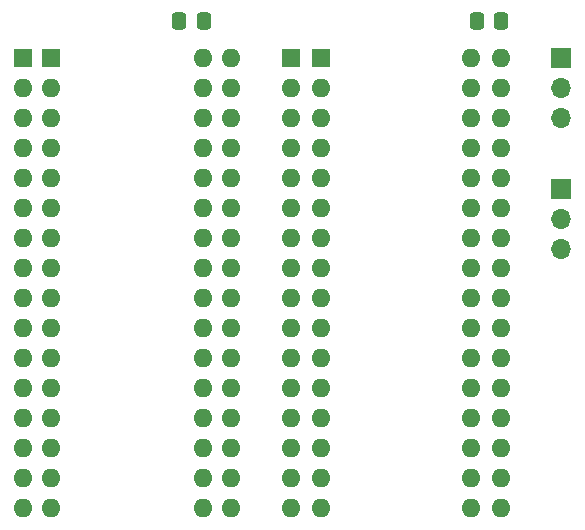
<source format=gbr>
%TF.GenerationSoftware,KiCad,Pcbnew,(5.99.0-9233-g881cb3182b)*%
%TF.CreationDate,2021-07-01T22:40:51+02:00*%
%TF.ProjectId,cdtv-ext-flash,63647476-2d65-4787-942d-666c6173682e,rev?*%
%TF.SameCoordinates,Original*%
%TF.FileFunction,Soldermask,Top*%
%TF.FilePolarity,Negative*%
%FSLAX46Y46*%
G04 Gerber Fmt 4.6, Leading zero omitted, Abs format (unit mm)*
G04 Created by KiCad (PCBNEW (5.99.0-9233-g881cb3182b)) date 2021-07-01 22:40:51*
%MOMM*%
%LPD*%
G01*
G04 APERTURE LIST*
G04 Aperture macros list*
%AMRoundRect*
0 Rectangle with rounded corners*
0 $1 Rounding radius*
0 $2 $3 $4 $5 $6 $7 $8 $9 X,Y pos of 4 corners*
0 Add a 4 corners polygon primitive as box body*
4,1,4,$2,$3,$4,$5,$6,$7,$8,$9,$2,$3,0*
0 Add four circle primitives for the rounded corners*
1,1,$1+$1,$2,$3*
1,1,$1+$1,$4,$5*
1,1,$1+$1,$6,$7*
1,1,$1+$1,$8,$9*
0 Add four rect primitives between the rounded corners*
20,1,$1+$1,$2,$3,$4,$5,0*
20,1,$1+$1,$4,$5,$6,$7,0*
20,1,$1+$1,$6,$7,$8,$9,0*
20,1,$1+$1,$8,$9,$2,$3,0*%
G04 Aperture macros list end*
%ADD10R,1.600000X1.600000*%
%ADD11O,1.600000X1.600000*%
%ADD12R,1.700000X1.700000*%
%ADD13O,1.700000X1.700000*%
%ADD14RoundRect,0.250000X0.337500X0.475000X-0.337500X0.475000X-0.337500X-0.475000X0.337500X-0.475000X0*%
G04 APERTURE END LIST*
D10*
%TO.C,U1*%
X116840000Y-47294800D03*
D11*
X116840000Y-49834800D03*
X116840000Y-52374800D03*
X116840000Y-54914800D03*
X116840000Y-57454800D03*
X116840000Y-59994800D03*
X116840000Y-62534800D03*
X116840000Y-65074800D03*
X116840000Y-67614800D03*
X116840000Y-70154800D03*
X116840000Y-72694800D03*
X116840000Y-75234800D03*
X116840000Y-77774800D03*
X116840000Y-80314800D03*
X116840000Y-82854800D03*
X116840000Y-85394800D03*
X132080000Y-85394800D03*
X132080000Y-82854800D03*
X132080000Y-80314800D03*
X132080000Y-77774800D03*
X132080000Y-75234800D03*
X132080000Y-72694800D03*
X132080000Y-70154800D03*
X132080000Y-67614800D03*
X132080000Y-65074800D03*
X132080000Y-62534800D03*
X132080000Y-59994800D03*
X132080000Y-57454800D03*
X132080000Y-54914800D03*
X132080000Y-52374800D03*
X132080000Y-49834800D03*
X132080000Y-47294800D03*
%TD*%
D10*
%TO.C,U2*%
X96520000Y-47294800D03*
D11*
X96520000Y-49834800D03*
X96520000Y-52374800D03*
X96520000Y-54914800D03*
X96520000Y-57454800D03*
X96520000Y-59994800D03*
X96520000Y-62534800D03*
X96520000Y-65074800D03*
X96520000Y-67614800D03*
X96520000Y-70154800D03*
X96520000Y-72694800D03*
X96520000Y-75234800D03*
X96520000Y-77774800D03*
X96520000Y-80314800D03*
X96520000Y-82854800D03*
X96520000Y-85394800D03*
X111760000Y-85394800D03*
X111760000Y-82854800D03*
X111760000Y-80314800D03*
X111760000Y-77774800D03*
X111760000Y-75234800D03*
X111760000Y-72694800D03*
X111760000Y-70154800D03*
X111760000Y-67614800D03*
X111760000Y-65074800D03*
X111760000Y-62534800D03*
X111760000Y-59994800D03*
X111760000Y-57454800D03*
X111760000Y-54914800D03*
X111760000Y-52374800D03*
X111760000Y-49834800D03*
X111760000Y-47294800D03*
%TD*%
D10*
%TO.C,U35*%
X94183200Y-47294800D03*
D11*
X94183200Y-49834800D03*
X94183200Y-52374800D03*
X94183200Y-54914800D03*
X94183200Y-57454800D03*
X94183200Y-59994800D03*
X94183200Y-62534800D03*
X94183200Y-65074800D03*
X94183200Y-67614800D03*
X94183200Y-70154800D03*
X94183200Y-72694800D03*
X94183200Y-75234800D03*
X94183200Y-77774800D03*
X94183200Y-80314800D03*
X94183200Y-82854800D03*
X94183200Y-85394800D03*
X109423200Y-85394800D03*
X109423200Y-82854800D03*
X109423200Y-80314800D03*
X109423200Y-77774800D03*
X109423200Y-75234800D03*
X109423200Y-72694800D03*
X109423200Y-70154800D03*
X109423200Y-67614800D03*
X109423200Y-65074800D03*
X109423200Y-62534800D03*
X109423200Y-59994800D03*
X109423200Y-57454800D03*
X109423200Y-54914800D03*
X109423200Y-52374800D03*
X109423200Y-49834800D03*
X109423200Y-47294800D03*
%TD*%
D12*
%TO.C,A18*%
X139700000Y-47294800D03*
D13*
X139700000Y-49834800D03*
X139700000Y-52374800D03*
%TD*%
D14*
%TO.C,C1*%
X109444700Y-44196000D03*
X107369700Y-44196000D03*
%TD*%
D12*
%TO.C,A17*%
X139700000Y-58420000D03*
D13*
X139700000Y-60960000D03*
X139700000Y-63500000D03*
%TD*%
D11*
%TO.C,U34*%
X134615000Y-47294800D03*
X134615000Y-49834800D03*
X134615000Y-52374800D03*
X134615000Y-54914800D03*
X134615000Y-57454800D03*
X134615000Y-59994800D03*
X134615000Y-62534800D03*
X134615000Y-65074800D03*
X134615000Y-67614800D03*
X134615000Y-70154800D03*
X134615000Y-72694800D03*
X134615000Y-75234800D03*
X134615000Y-77774800D03*
X134615000Y-80314800D03*
X134615000Y-82854800D03*
X134615000Y-85394800D03*
X119375000Y-85394800D03*
X119375000Y-82854800D03*
X119375000Y-80314800D03*
X119375000Y-77774800D03*
X119375000Y-75234800D03*
X119375000Y-72694800D03*
X119375000Y-70154800D03*
X119375000Y-67614800D03*
X119375000Y-65074800D03*
X119375000Y-62534800D03*
X119375000Y-59994800D03*
X119375000Y-57454800D03*
X119375000Y-54914800D03*
X119375000Y-52374800D03*
X119375000Y-49834800D03*
D10*
X119375000Y-47294800D03*
%TD*%
D14*
%TO.C,C2*%
X134641500Y-44196000D03*
X132566500Y-44196000D03*
%TD*%
M02*

</source>
